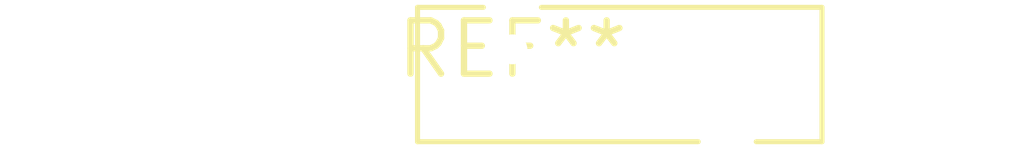
<source format=kicad_pcb>
(kicad_pcb (version 20240108) (generator pcbnew)
  (layers (0 "F.Cu" signal) (31 "B.Cu" signal) (34 "B.Paste" user) (35 "F.Paste" user) (36 "B.SilkS" user "B.Silkscreen") (37 "F.SilkS" user "F.Silkscreen") (38 "B.Mask" user) (39 "F.Mask" user) (44 "Edge.Cuts" user))
  (net 0 "")
  (footprint "Fuse_Bourns_MF-RHT200" (layer "F.Cu") (at 0 0)
    (property "Reference" "REF**")
    (property "Value" "Fuse_Bourns_MF-RHT200")
    (fp_line (start -2.251 -1) (end -2.251 2.2) (layer "F.SilkS") (stroke (width 0.12)))
    (fp_line (start -2.251 -1) (end -0.689 -1) (layer "F.SilkS") (stroke (width 0.12)))
    (fp_line (start -2.251 2.2) (end 4.412 2.2) (layer "F.SilkS") (stroke (width 0.12)))
    (fp_line (start 0.689 -1) (end 7.35 -1) (layer "F.SilkS") (stroke (width 0.12)))
    (fp_line (start 5.789 2.2) (end 7.35 2.2) (layer "F.SilkS") (stroke (width 0.12)))
    (fp_line (start 7.35 -1) (end 7.35 2.2) (layer "F.SilkS") (stroke (width 0.12)))
    (pad "1" thru_hole circle (at 0 0) (size 1.71 1.71) (drill 0.71) (layers *.Cu *.Mask) (remove_unused_layers))
    (pad "2" thru_hole circle (at 5.1 1.2) (size 1.71 1.71) (drill 0.71) (layers *.Cu *.Mask) (remove_unused_layers))
  )
)
</source>
